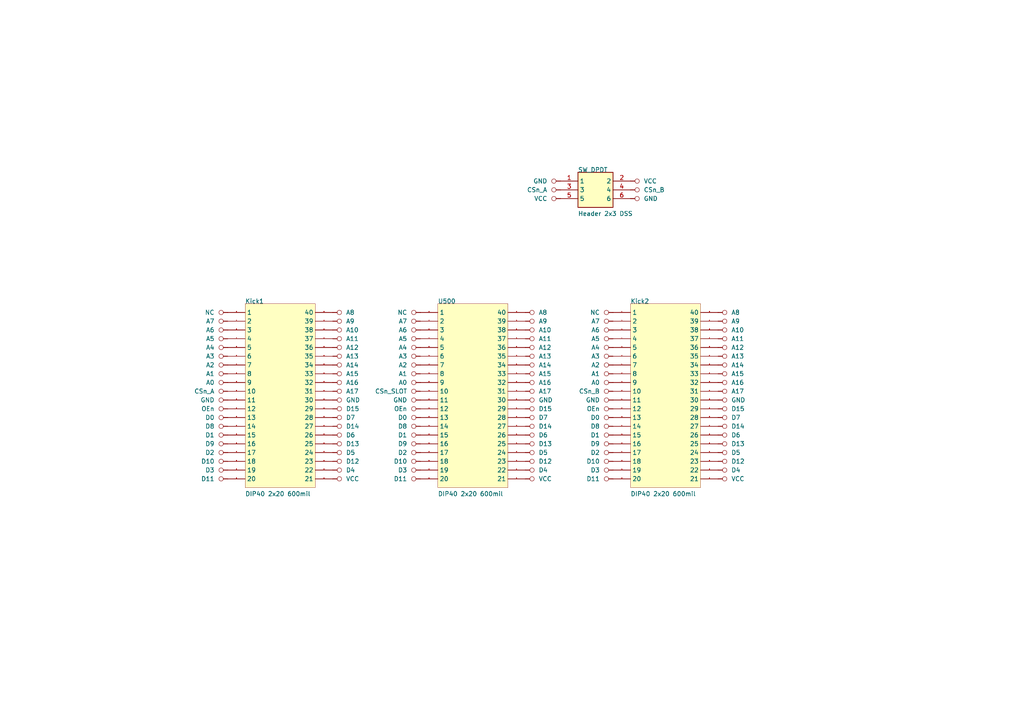
<source format=kicad_sch>
(kicad_sch (version 20231120) (generator "eeschema") (generator_version "7.99")
  (paper "A4")
  (lib_symbols
    (symbol "KickstartSelector7-altium-import:A0" (power)
      (property "Reference" "#PWR" (at 0 0 0))
      (property "Value" "A0" (at 0 3.81 0))
      (symbol "A0_0_0"
        (circle (center 0 -1.905) (radius 0.635) (stroke (width 0.127)))
        (polyline (pts (xy 0 0) (xy 0 -1.27)) (stroke (width 0.254)))
        (pin power_in line (at 0 0 0) (length 0) hide (name "A0") (number ""))
      )
    )
    (symbol "KickstartSelector7-altium-import:A1" (power)
      (property "Reference" "#PWR" (at 0 0 0))
      (property "Value" "A1" (at 0 3.81 0))
      (symbol "A1_0_0"
        (circle (center 0 -1.905) (radius 0.635) (stroke (width 0.127)))
        (polyline (pts (xy 0 0) (xy 0 -1.27)) (stroke (width 0.254)))
        (pin power_in line (at 0 0 0) (length 0) hide (name "A1") (number ""))
      )
    )
    (symbol "KickstartSelector7-altium-import:A10" (power)
      (property "Reference" "#PWR" (at 0 0 0))
      (property "Value" "A10" (at 0 3.81 0))
      (symbol "A10_0_0"
        (circle (center 0 -1.905) (radius 0.635) (stroke (width 0.127)))
        (polyline (pts (xy 0 0) (xy 0 -1.27)) (stroke (width 0.254)))
        (pin power_in line (at 0 0 0) (length 0) hide (name "A10") (number ""))
      )
    )
    (symbol "KickstartSelector7-altium-import:A11" (power)
      (property "Reference" "#PWR" (at 0 0 0))
      (property "Value" "A11" (at 0 3.81 0))
      (symbol "A11_0_0"
        (circle (center 0 -1.905) (radius 0.635) (stroke (width 0.127)))
        (polyline (pts (xy 0 0) (xy 0 -1.27)) (stroke (width 0.254)))
        (pin power_in line (at 0 0 0) (length 0) hide (name "A11") (number ""))
      )
    )
    (symbol "KickstartSelector7-altium-import:A12" (power)
      (property "Reference" "#PWR" (at 0 0 0))
      (property "Value" "A12" (at 0 3.81 0))
      (symbol "A12_0_0"
        (circle (center 0 -1.905) (radius 0.635) (stroke (width 0.127)))
        (polyline (pts (xy 0 0) (xy 0 -1.27)) (stroke (width 0.254)))
        (pin power_in line (at 0 0 0) (length 0) hide (name "A12") (number ""))
      )
    )
    (symbol "KickstartSelector7-altium-import:A13" (power)
      (property "Reference" "#PWR" (at 0 0 0))
      (property "Value" "A13" (at 0 3.81 0))
      (symbol "A13_0_0"
        (circle (center 0 -1.905) (radius 0.635) (stroke (width 0.127)))
        (polyline (pts (xy 0 0) (xy 0 -1.27)) (stroke (width 0.254)))
        (pin power_in line (at 0 0 0) (length 0) hide (name "A13") (number ""))
      )
    )
    (symbol "KickstartSelector7-altium-import:A14" (power)
      (property "Reference" "#PWR" (at 0 0 0))
      (property "Value" "A14" (at 0 3.81 0))
      (symbol "A14_0_0"
        (circle (center 0 -1.905) (radius 0.635) (stroke (width 0.127)))
        (polyline (pts (xy 0 0) (xy 0 -1.27)) (stroke (width 0.254)))
        (pin power_in line (at 0 0 0) (length 0) hide (name "A14") (number ""))
      )
    )
    (symbol "KickstartSelector7-altium-import:A15" (power)
      (property "Reference" "#PWR" (at 0 0 0))
      (property "Value" "A15" (at 0 3.81 0))
      (symbol "A15_0_0"
        (circle (center 0 -1.905) (radius 0.635) (stroke (width 0.127)))
        (polyline (pts (xy 0 0) (xy 0 -1.27)) (stroke (width 0.254)))
        (pin power_in line (at 0 0 0) (length 0) hide (name "A15") (number ""))
      )
    )
    (symbol "KickstartSelector7-altium-import:A16" (power)
      (property "Reference" "#PWR" (at 0 0 0))
      (property "Value" "A16" (at 0 3.81 0))
      (symbol "A16_0_0"
        (circle (center 0 -1.905) (radius 0.635) (stroke (width 0.127)))
        (polyline (pts (xy 0 0) (xy 0 -1.27)) (stroke (width 0.254)))
        (pin power_in line (at 0 0 0) (length 0) hide (name "A16") (number ""))
      )
    )
    (symbol "KickstartSelector7-altium-import:A17" (power)
      (property "Reference" "#PWR" (at 0 0 0))
      (property "Value" "A17" (at 0 3.81 0))
      (symbol "A17_0_0"
        (circle (center 0 -1.905) (radius 0.635) (stroke (width 0.127)))
        (polyline (pts (xy 0 0) (xy 0 -1.27)) (stroke (width 0.254)))
        (pin power_in line (at 0 0 0) (length 0) hide (name "A17") (number ""))
      )
    )
    (symbol "KickstartSelector7-altium-import:A2" (power)
      (property "Reference" "#PWR" (at 0 0 0))
      (property "Value" "A2" (at 0 3.81 0))
      (symbol "A2_0_0"
        (circle (center 0 -1.905) (radius 0.635) (stroke (width 0.127)))
        (polyline (pts (xy 0 0) (xy 0 -1.27)) (stroke (width 0.254)))
        (pin power_in line (at 0 0 0) (length 0) hide (name "A2") (number ""))
      )
    )
    (symbol "KickstartSelector7-altium-import:A3" (power)
      (property "Reference" "#PWR" (at 0 0 0))
      (property "Value" "A3" (at 0 3.81 0))
      (symbol "A3_0_0"
        (circle (center 0 -1.905) (radius 0.635) (stroke (width 0.127)))
        (polyline (pts (xy 0 0) (xy 0 -1.27)) (stroke (width 0.254)))
        (pin power_in line (at 0 0 0) (length 0) hide (name "A3") (number ""))
      )
    )
    (symbol "KickstartSelector7-altium-import:A4" (power)
      (property "Reference" "#PWR" (at 0 0 0))
      (property "Value" "A4" (at 0 3.81 0))
      (symbol "A4_0_0"
        (circle (center 0 -1.905) (radius 0.635) (stroke (width 0.127)))
        (polyline (pts (xy 0 0) (xy 0 -1.27)) (stroke (width 0.254)))
        (pin power_in line (at 0 0 0) (length 0) hide (name "A4") (number ""))
      )
    )
    (symbol "KickstartSelector7-altium-import:A5" (power)
      (property "Reference" "#PWR" (at 0 0 0))
      (property "Value" "A5" (at 0 3.81 0))
      (symbol "A5_0_0"
        (circle (center 0 -1.905) (radius 0.635) (stroke (width 0.127)))
        (polyline (pts (xy 0 0) (xy 0 -1.27)) (stroke (width 0.254)))
        (pin power_in line (at 0 0 0) (length 0) hide (name "A5") (number ""))
      )
    )
    (symbol "KickstartSelector7-altium-import:A6" (power)
      (property "Reference" "#PWR" (at 0 0 0))
      (property "Value" "A6" (at 0 3.81 0))
      (symbol "A6_0_0"
        (circle (center 0 -1.905) (radius 0.635) (stroke (width 0.127)))
        (polyline (pts (xy 0 0) (xy 0 -1.27)) (stroke (width 0.254)))
        (pin power_in line (at 0 0 0) (length 0) hide (name "A6") (number ""))
      )
    )
    (symbol "KickstartSelector7-altium-import:A7" (power)
      (property "Reference" "#PWR" (at 0 0 0))
      (property "Value" "A7" (at 0 3.81 0))
      (symbol "A7_0_0"
        (circle (center 0 -1.905) (radius 0.635) (stroke (width 0.127)))
        (polyline (pts (xy 0 0) (xy 0 -1.27)) (stroke (width 0.254)))
        (pin power_in line (at 0 0 0) (length 0) hide (name "A7") (number ""))
      )
    )
    (symbol "KickstartSelector7-altium-import:A8" (power)
      (property "Reference" "#PWR" (at 0 0 0))
      (property "Value" "A8" (at 0 3.81 0))
      (symbol "A8_0_0"
        (circle (center 0 -1.905) (radius 0.635) (stroke (width 0.127)))
        (polyline (pts (xy 0 0) (xy 0 -1.27)) (stroke (width 0.254)))
        (pin power_in line (at 0 0 0) (length 0) hide (name "A8") (number ""))
      )
    )
    (symbol "KickstartSelector7-altium-import:A9" (power)
      (property "Reference" "#PWR" (at 0 0 0))
      (property "Value" "A9" (at 0 3.81 0))
      (symbol "A9_0_0"
        (circle (center 0 -1.905) (radius 0.635) (stroke (width 0.127)))
        (polyline (pts (xy 0 0) (xy 0 -1.27)) (stroke (width 0.254)))
        (pin power_in line (at 0 0 0) (length 0) hide (name "A9") (number ""))
      )
    )
    (symbol "KickstartSelector7-altium-import:CSn_A" (power)
      (property "Reference" "#PWR" (at 0 0 0))
      (property "Value" "CSn_A" (at 0 3.81 0))
      (symbol "CSn_A_0_0"
        (circle (center 0 -1.905) (radius 0.635) (stroke (width 0.127)))
        (polyline (pts (xy 0 0) (xy 0 -1.27)) (stroke (width 0.254)))
        (pin power_in line (at 0 0 0) (length 0) hide (name "CSn_A") (number ""))
      )
    )
    (symbol "KickstartSelector7-altium-import:CSn_B" (power)
      (property "Reference" "#PWR" (at 0 0 0))
      (property "Value" "CSn_B" (at 0 3.81 0))
      (symbol "CSn_B_0_0"
        (circle (center 0 -1.905) (radius 0.635) (stroke (width 0.127)))
        (polyline (pts (xy 0 0) (xy 0 -1.27)) (stroke (width 0.254)))
        (pin power_in line (at 0 0 0) (length 0) hide (name "CSn_B") (number ""))
      )
    )
    (symbol "KickstartSelector7-altium-import:CSn_SLOT" (power)
      (property "Reference" "#PWR" (at 0 0 0))
      (property "Value" "CSn_SLOT" (at 0 3.81 0))
      (symbol "CSn_SLOT_0_0"
        (circle (center 0 -1.905) (radius 0.635) (stroke (width 0.127)))
        (polyline (pts (xy 0 0) (xy 0 -1.27)) (stroke (width 0.254)))
        (pin power_in line (at 0 0 0) (length 0) hide (name "CSn_SLOT") (number ""))
      )
    )
    (symbol "KickstartSelector7-altium-import:D0" (power)
      (property "Reference" "#PWR" (at 0 0 0))
      (property "Value" "D0" (at 0 3.81 0))
      (symbol "D0_0_0"
        (circle (center 0 -1.905) (radius 0.635) (stroke (width 0.127)))
        (polyline (pts (xy 0 0) (xy 0 -1.27)) (stroke (width 0.254)))
        (pin power_in line (at 0 0 0) (length 0) hide (name "D0") (number ""))
      )
    )
    (symbol "KickstartSelector7-altium-import:D1" (power)
      (property "Reference" "#PWR" (at 0 0 0))
      (property "Value" "D1" (at 0 3.81 0))
      (symbol "D1_0_0"
        (circle (center 0 -1.905) (radius 0.635) (stroke (width 0.127)))
        (polyline (pts (xy 0 0) (xy 0 -1.27)) (stroke (width 0.254)))
        (pin power_in line (at 0 0 0) (length 0) hide (name "D1") (number ""))
      )
    )
    (symbol "KickstartSelector7-altium-import:D10" (power)
      (property "Reference" "#PWR" (at 0 0 0))
      (property "Value" "D10" (at 0 3.81 0))
      (symbol "D10_0_0"
        (circle (center 0 -1.905) (radius 0.635) (stroke (width 0.127)))
        (polyline (pts (xy 0 0) (xy 0 -1.27)) (stroke (width 0.254)))
        (pin power_in line (at 0 0 0) (length 0) hide (name "D10") (number ""))
      )
    )
    (symbol "KickstartSelector7-altium-import:D11" (power)
      (property "Reference" "#PWR" (at 0 0 0))
      (property "Value" "D11" (at 0 3.81 0))
      (symbol "D11_0_0"
        (circle (center 0 -1.905) (radius 0.635) (stroke (width 0.127)))
        (polyline (pts (xy 0 0) (xy 0 -1.27)) (stroke (width 0.254)))
        (pin power_in line (at 0 0 0) (length 0) hide (name "D11") (number ""))
      )
    )
    (symbol "KickstartSelector7-altium-import:D12" (power)
      (property "Reference" "#PWR" (at 0 0 0))
      (property "Value" "D12" (at 0 3.81 0))
      (symbol "D12_0_0"
        (circle (center 0 -1.905) (radius 0.635) (stroke (width 0.127)))
        (polyline (pts (xy 0 0) (xy 0 -1.27)) (stroke (width 0.254)))
        (pin power_in line (at 0 0 0) (length 0) hide (name "D12") (number ""))
      )
    )
    (symbol "KickstartSelector7-altium-import:D13" (power)
      (property "Reference" "#PWR" (at 0 0 0))
      (property "Value" "D13" (at 0 3.81 0))
      (symbol "D13_0_0"
        (circle (center 0 -1.905) (radius 0.635) (stroke (width 0.127)))
        (polyline (pts (xy 0 0) (xy 0 -1.27)) (stroke (width 0.254)))
        (pin power_in line (at 0 0 0) (length 0) hide (name "D13") (number ""))
      )
    )
    (symbol "KickstartSelector7-altium-import:D14" (power)
      (property "Reference" "#PWR" (at 0 0 0))
      (property "Value" "D14" (at 0 3.81 0))
      (symbol "D14_0_0"
        (circle (center 0 -1.905) (radius 0.635) (stroke (width 0.127)))
        (polyline (pts (xy 0 0) (xy 0 -1.27)) (stroke (width 0.254)))
        (pin power_in line (at 0 0 0) (length 0) hide (name "D14") (number ""))
      )
    )
    (symbol "KickstartSelector7-altium-import:D15" (power)
      (property "Reference" "#PWR" (at 0 0 0))
      (property "Value" "D15" (at 0 3.81 0))
      (symbol "D15_0_0"
        (circle (center 0 -1.905) (radius 0.635) (stroke (width 0.127)))
        (polyline (pts (xy 0 0) (xy 0 -1.27)) (stroke (width 0.254)))
        (pin power_in line (at 0 0 0) (length 0) hide (name "D15") (number ""))
      )
    )
    (symbol "KickstartSelector7-altium-import:D2" (power)
      (property "Reference" "#PWR" (at 0 0 0))
      (property "Value" "D2" (at 0 3.81 0))
      (symbol "D2_0_0"
        (circle (center 0 -1.905) (radius 0.635) (stroke (width 0.127)))
        (polyline (pts (xy 0 0) (xy 0 -1.27)) (stroke (width 0.254)))
        (pin power_in line (at 0 0 0) (length 0) hide (name "D2") (number ""))
      )
    )
    (symbol "KickstartSelector7-altium-import:D3" (power)
      (property "Reference" "#PWR" (at 0 0 0))
      (property "Value" "D3" (at 0 3.81 0))
      (symbol "D3_0_0"
        (circle (center 0 -1.905) (radius 0.635) (stroke (width 0.127)))
        (polyline (pts (xy 0 0) (xy 0 -1.27)) (stroke (width 0.254)))
        (pin power_in line (at 0 0 0) (length 0) hide (name "D3") (number ""))
      )
    )
    (symbol "KickstartSelector7-altium-import:D4" (power)
      (property "Reference" "#PWR" (at 0 0 0))
      (property "Value" "D4" (at 0 3.81 0))
      (symbol "D4_0_0"
        (circle (center 0 -1.905) (radius 0.635) (stroke (width 0.127)))
        (polyline (pts (xy 0 0) (xy 0 -1.27)) (stroke (width 0.254)))
        (pin power_in line (at 0 0 0) (length 0) hide (name "D4") (number ""))
      )
    )
    (symbol "KickstartSelector7-altium-import:D5" (power)
      (property "Reference" "#PWR" (at 0 0 0))
      (property "Value" "D5" (at 0 3.81 0))
      (symbol "D5_0_0"
        (circle (center 0 -1.905) (radius 0.635) (stroke (width 0.127)))
        (polyline (pts (xy 0 0) (xy 0 -1.27)) (stroke (width 0.254)))
        (pin power_in line (at 0 0 0) (length 0) hide (name "D5") (number ""))
      )
    )
    (symbol "KickstartSelector7-altium-import:D6" (power)
      (property "Reference" "#PWR" (at 0 0 0))
      (property "Value" "D6" (at 0 3.81 0))
      (symbol "D6_0_0"
        (circle (center 0 -1.905) (radius 0.635) (stroke (width 0.127)))
        (polyline (pts (xy 0 0) (xy 0 -1.27)) (stroke (width 0.254)))
        (pin power_in line (at 0 0 0) (length 0) hide (name "D6") (number ""))
      )
    )
    (symbol "KickstartSelector7-altium-import:D7" (power)
      (property "Reference" "#PWR" (at 0 0 0))
      (property "Value" "D7" (at 0 3.81 0))
      (symbol "D7_0_0"
        (circle (center 0 -1.905) (radius 0.635) (stroke (width 0.127)))
        (polyline (pts (xy 0 0) (xy 0 -1.27)) (stroke (width 0.254)))
        (pin power_in line (at 0 0 0) (length 0) hide (name "D7") (number ""))
      )
    )
    (symbol "KickstartSelector7-altium-import:D8" (power)
      (property "Reference" "#PWR" (at 0 0 0))
      (property "Value" "D8" (at 0 3.81 0))
      (symbol "D8_0_0"
        (circle (center 0 -1.905) (radius 0.635) (stroke (width 0.127)))
        (polyline (pts (xy 0 0) (xy 0 -1.27)) (stroke (width 0.254)))
        (pin power_in line (at 0 0 0) (length 0) hide (name "D8") (number ""))
      )
    )
    (symbol "KickstartSelector7-altium-import:D9" (power)
      (property "Reference" "#PWR" (at 0 0 0))
      (property "Value" "D9" (at 0 3.81 0))
      (symbol "D9_0_0"
        (circle (center 0 -1.905) (radius 0.635) (stroke (width 0.127)))
        (polyline (pts (xy 0 0) (xy 0 -1.27)) (stroke (width 0.254)))
        (pin power_in line (at 0 0 0) (length 0) hide (name "D9") (number ""))
      )
    )
    (symbol "KickstartSelector7-altium-import:GND" (power)
      (property "Reference" "#PWR" (at 0 0 0))
      (property "Value" "GND" (at 0 3.81 0))
      (symbol "GND_0_0"
        (circle (center 0 -1.905) (radius 0.635) (stroke (width 0.127)))
        (polyline (pts (xy 0 0) (xy 0 -1.27)) (stroke (width 0.254)))
        (pin power_in line (at 0 0 0) (length 0) hide (name "GND") (number ""))
      )
    )
    (symbol "KickstartSelector7-altium-import:NC" (power)
      (property "Reference" "#PWR" (at 0 0 0))
      (property "Value" "NC" (at 0 3.81 0))
      (symbol "NC_0_0"
        (circle (center 0 -1.905) (radius 0.635) (stroke (width 0.127)))
        (polyline (pts (xy 0 0) (xy 0 -1.27)) (stroke (width 0.254)))
        (pin power_in line (at 0 0 0) (length 0) hide (name "NC") (number ""))
      )
    )
    (symbol "KickstartSelector7-altium-import:OEn" (power)
      (property "Reference" "#PWR" (at 0 0 0))
      (property "Value" "OEn" (at 0 3.81 0))
      (symbol "OEn_0_0"
        (circle (center 0 -1.905) (radius 0.635) (stroke (width 0.127)))
        (polyline (pts (xy 0 0) (xy 0 -1.27)) (stroke (width 0.254)))
        (pin power_in line (at 0 0 0) (length 0) hide (name "OEn") (number ""))
      )
    )
    (symbol "KickstartSelector7-altium-import:VCC" (power)
      (property "Reference" "#PWR" (at 0 0 0))
      (property "Value" "VCC" (at 0 3.81 0))
      (symbol "VCC_0_0"
        (circle (center 0 -1.905) (radius 0.635) (stroke (width 0.127)))
        (polyline (pts (xy 0 0) (xy 0 -1.27)) (stroke (width 0.254)))
        (pin power_in line (at 0 0 0) (length 0) hide (name "VCC") (number ""))
      )
    )
    (symbol "KickstartSelector7-altium-import:root_0_DIP40 2x20 600mil"
      (symbol "root_0_DIP40 2x20 600mil_1_0"
        (rectangle (start 10.16 25.4) (end -10.16 -27.94) (stroke (width 0.0254) (color 128 0 0 1)) (fill (type background)))
        (pin passive line (at -15.24 22.86 0) (length 5.08) (name "1") (number "1"))
        (pin passive line (at -15.24 0 0) (length 5.08) (name "10") (number "10"))
        (pin passive line (at -15.24 -2.54 0) (length 5.08) (name "11") (number "11"))
        (pin passive line (at -15.24 -5.08 0) (length 5.08) (name "12") (number "12"))
        (pin passive line (at -15.24 -7.62 0) (length 5.08) (name "13") (number "13"))
        (pin passive line (at -15.24 -10.16 0) (length 5.08) (name "14") (number "14"))
        (pin passive line (at -15.24 -12.7 0) (length 5.08) (name "15") (number "15"))
        (pin passive line (at -15.24 -15.24 0) (length 5.08) (name "16") (number "16"))
        (pin passive line (at -15.24 -17.78 0) (length 5.08) (name "17") (number "17"))
        (pin passive line (at -15.24 -20.32 0) (length 5.08) (name "18") (number "18"))
        (pin passive line (at -15.24 -22.86 0) (length 5.08) (name "19") (number "19"))
        (pin passive line (at -15.24 20.32 0) (length 5.08) (name "2") (number "2"))
        (pin passive line (at -15.24 -25.4 0) (length 5.08) (name "20") (number "20"))
        (pin passive line (at 15.24 -25.4 180) (length 5.08) (name "21") (number "21"))
        (pin passive line (at 15.24 -22.86 180) (length 5.08) (name "22") (number "22"))
        (pin passive line (at 15.24 -20.32 180) (length 5.08) (name "23") (number "23"))
        (pin passive line (at 15.24 -17.78 180) (length 5.08) (name "24") (number "24"))
        (pin passive line (at 15.24 -15.24 180) (length 5.08) (name "25") (number "25"))
        (pin passive line (at 15.24 -12.7 180) (length 5.08) (name "26") (number "26"))
        (pin passive line (at 15.24 -10.16 180) (length 5.08) (name "27") (number "27"))
        (pin passive line (at 15.24 -7.62 180) (length 5.08) (name "28") (number "28"))
        (pin passive line (at 15.24 -5.08 180) (length 5.08) (name "29") (number "29"))
        (pin passive line (at -15.24 17.78 0) (length 5.08) (name "3") (number "3"))
        (pin passive line (at 15.24 -2.54 180) (length 5.08) (name "30") (number "30"))
        (pin passive line (at 15.24 0 180) (length 5.08) (name "31") (number "31"))
        (pin passive line (at 15.24 2.54 180) (length 5.08) (name "32") (number "32"))
        (pin passive line (at 15.24 5.08 180) (length 5.08) (name "33") (number "33"))
        (pin passive line (at 15.24 7.62 180) (length 5.08) (name "34") (number "34"))
        (pin passive line (at 15.24 10.16 180) (length 5.08) (name "35") (number "35"))
        (pin passive line (at 15.24 12.7 180) (length 5.08) (name "36") (number "36"))
        (pin passive line (at 15.24 15.24 180) (length 5.08) (name "37") (number "37"))
        (pin passive line (at 15.24 17.78 180) (length 5.08) (name "38") (number "38"))
        (pin passive line (at 15.24 20.32 180) (length 5.08) (name "39") (number "39"))
        (pin passive line (at -15.24 15.24 0) (length 5.08) (name "4") (number "4"))
        (pin passive line (at 15.24 22.86 180) (length 5.08) (name "40") (number "40"))
        (pin passive line (at -15.24 12.7 0) (length 5.08) (name "5") (number "5"))
        (pin passive line (at -15.24 10.16 0) (length 5.08) (name "6") (number "6"))
        (pin passive line (at -15.24 7.62 0) (length 5.08) (name "7") (number "7"))
        (pin passive line (at -15.24 5.08 0) (length 5.08) (name "8") (number "8"))
        (pin passive line (at -15.24 2.54 0) (length 5.08) (name "9") (number "9"))
      )
    )
    (symbol "KickstartSelector7-altium-import:root_0_Header 2x3 DSS"
      (symbol "root_0_Header 2x3 DSS_1_0"
        (rectangle (start 15.24 2.54) (end 5.08 -7.62) (stroke (width 0.254) (color 128 0 0 1)) (fill (type background)))
        (pin passive line (at 0 0 0) (length 5.08) (name "1") (number "1"))
        (pin passive line (at 20.32 0 180) (length 5.08) (name "2") (number "2"))
        (pin passive line (at 0 -2.54 0) (length 5.08) (name "3") (number "3"))
        (pin passive line (at 20.32 -2.54 180) (length 5.08) (name "4") (number "4"))
        (pin passive line (at 0 -5.08 0) (length 5.08) (name "5") (number "5"))
        (pin passive line (at 20.32 -5.08 180) (length 5.08) (name "6") (number "6"))
      )
    )
  )
  (symbol (lib_id "KickstartSelector7-altium-import:A7") (at 177.8 93.1672 270) (unit 1)
    (property "Reference" "#PWR?" (effects (hide yes)))
    (property "Value" "A7" (at 173.99 93.1672 90) (effects (justify right)))
  )
  (symbol (lib_id "KickstartSelector7-altium-import:VCC") (at 96.52 138.8872 90) (unit 1)
    (property "Reference" "#PWR?" (effects (hide yes)))
    (property "Value" "VCC" (at 100.33 138.8872 90) (effects (justify right)))
  )
  (symbol (lib_id "KickstartSelector7-altium-import:A2") (at 121.92 105.8672 270) (unit 1)
    (property "Reference" "#PWR?" (effects (hide yes)))
    (property "Value" "A2" (at 118.11 105.8672 90) (effects (justify right)))
  )
  (symbol (lib_id "KickstartSelector7-altium-import:D8") (at 66.04 123.6472 270) (unit 1)
    (property "Reference" "#PWR?" (effects (hide yes)))
    (property "Value" "D8" (at 62.23 123.6472 90) (effects (justify right)))
  )
  (symbol (lib_id "KickstartSelector7-altium-import:A13") (at 152.4 103.3272 90) (unit 1)
    (property "Reference" "#PWR?" (effects (hide yes)))
    (property "Value" "A13" (at 156.21 103.3272 90) (effects (justify right)))
  )
  (symbol (lib_id "KickstartSelector7-altium-import:GND") (at 177.8 116.0272 270) (unit 1)
    (property "Reference" "#PWR?" (effects (hide yes)))
    (property "Value" "GND" (at 173.99 116.0272 90) (effects (justify right)))
  )
  (symbol (lib_id "KickstartSelector7-altium-import:D8") (at 177.8 123.6472 270) (unit 1)
    (property "Reference" "#PWR?" (effects (hide yes)))
    (property "Value" "D8" (at 173.99 123.6472 90) (effects (justify right)))
  )
  (symbol (lib_id "KickstartSelector7-altium-import:A7") (at 66.04 93.1672 270) (unit 1)
    (property "Reference" "#PWR?" (effects (hide yes)))
    (property "Value" "A7" (at 62.23 93.1672 90) (effects (justify right)))
  )
  (symbol (lib_id "KickstartSelector7-altium-import:D14") (at 152.4 123.6472 90) (unit 1)
    (property "Reference" "#PWR?" (effects (hide yes)))
    (property "Value" "D14" (at 156.21 123.6472 90) (effects (justify right)))
  )
  (symbol (lib_id "KickstartSelector7-altium-import:D2") (at 177.8 131.2672 270) (unit 1)
    (property "Reference" "#PWR?" (effects (hide yes)))
    (property "Value" "D2" (at 173.99 131.2672 90) (effects (justify right)))
  )
  (symbol (lib_id "KickstartSelector7-altium-import:NC") (at 121.92 90.6272 270) (unit 1)
    (property "Reference" "#PWR?" (effects (hide yes)))
    (property "Value" "NC" (at 118.11 90.6272 90) (effects (justify right)))
  )
  (symbol (lib_id "KickstartSelector7-altium-import:OEn") (at 177.8 118.5672 270) (unit 1)
    (property "Reference" "#PWR?" (effects (hide yes)))
    (property "Value" "OEn" (at 173.99 118.5672 90) (effects (justify right)))
  )
  (symbol (lib_id "KickstartSelector7-altium-import:D9") (at 177.8 128.7272 270) (unit 1)
    (property "Reference" "#PWR?" (effects (hide yes)))
    (property "Value" "D9" (at 173.99 128.7272 90) (effects (justify right)))
  )
  (symbol (lib_id "KickstartSelector7-altium-import:D5") (at 152.4 131.2672 90) (unit 1)
    (property "Reference" "#PWR?" (effects (hide yes)))
    (property "Value" "D5" (at 156.21 131.2672 90) (effects (justify right)))
  )
  (symbol (lib_id "KickstartSelector7-altium-import:D12") (at 96.52 133.8072 90) (unit 1)
    (property "Reference" "#PWR?" (effects (hide yes)))
    (property "Value" "D12" (at 100.33 133.8072 90) (effects (justify right)))
  )
  (symbol (lib_id "KickstartSelector7-altium-import:A15") (at 208.28 108.4072 90) (unit 1)
    (property "Reference" "#PWR?" (effects (hide yes)))
    (property "Value" "A15" (at 212.09 108.4072 90) (effects (justify right)))
  )
  (symbol (lib_id "KickstartSelector7-altium-import:CSn_B") (at 182.88 55.0672 90) (unit 1)
    (property "Reference" "#PWR?" (effects (hide yes)))
    (property "Value" "CSn_B" (at 186.69 55.0672 90) (effects (justify right)))
  )
  (symbol (lib_id "KickstartSelector7-altium-import:A16") (at 152.4 110.9472 90) (unit 1)
    (property "Reference" "#PWR?" (effects (hide yes)))
    (property "Value" "A16" (at 156.21 110.9472 90) (effects (justify right)))
  )
  (symbol (lib_id "KickstartSelector7-altium-import:D0") (at 66.04 121.1072 270) (unit 1)
    (property "Reference" "#PWR?" (effects (hide yes)))
    (property "Value" "D0" (at 62.23 121.1072 90) (effects (justify right)))
  )
  (symbol (lib_id "KickstartSelector7-altium-import:A13") (at 96.52 103.3272 90) (unit 1)
    (property "Reference" "#PWR?" (effects (hide yes)))
    (property "Value" "A13" (at 100.33 103.3272 90) (effects (justify right)))
  )
  (symbol (lib_id "KickstartSelector7-altium-import:D0") (at 121.92 121.1072 270) (unit 1)
    (property "Reference" "#PWR?" (effects (hide yes)))
    (property "Value" "D0" (at 118.11 121.1072 90) (effects (justify right)))
  )
  (symbol (lib_id "KickstartSelector7-altium-import:D4") (at 208.28 136.3472 90) (unit 1)
    (property "Reference" "#PWR?" (effects (hide yes)))
    (property "Value" "D4" (at 212.09 136.3472 90) (effects (justify right)))
  )
  (symbol (lib_id "KickstartSelector7-altium-import:A3") (at 121.92 103.3272 270) (unit 1)
    (property "Reference" "#PWR?" (effects (hide yes)))
    (property "Value" "A3" (at 118.11 103.3272 90) (effects (justify right)))
  )
  (symbol (lib_id "KickstartSelector7-altium-import:D4") (at 152.4 136.3472 90) (unit 1)
    (property "Reference" "#PWR?" (effects (hide yes)))
    (property "Value" "D4" (at 156.21 136.3472 90) (effects (justify right)))
  )
  (symbol (lib_id "KickstartSelector7-altium-import:A5") (at 121.92 98.2472 270) (unit 1)
    (property "Reference" "#PWR?" (effects (hide yes)))
    (property "Value" "A5" (at 118.11 98.2472 90) (effects (justify right)))
  )
  (symbol (lib_id "KickstartSelector7-altium-import:CSn_B") (at 177.8 113.4872 270) (unit 1)
    (property "Reference" "#PWR?" (effects (hide yes)))
    (property "Value" "CSn_B" (at 173.99 113.4872 90) (effects (justify right)))
  )
  (symbol (lib_id "KickstartSelector7-altium-import:GND") (at 121.92 116.0272 270) (unit 1)
    (property "Reference" "#PWR?" (effects (hide yes)))
    (property "Value" "GND" (at 118.11 116.0272 90) (effects (justify right)))
  )
  (symbol (lib_id "KickstartSelector7-altium-import:GND") (at 208.28 116.0272 90) (unit 1)
    (property "Reference" "#PWR?" (effects (hide yes)))
    (property "Value" "GND" (at 212.09 116.0272 90) (effects (justify right)))
  )
  (symbol (lib_id "KickstartSelector7-altium-import:CSn_A") (at 66.04 113.4872 270) (unit 1)
    (property "Reference" "#PWR?" (effects (hide yes)))
    (property "Value" "CSn_A" (at 62.23 113.4872 90) (effects (justify right)))
  )
  (symbol (lib_id "KickstartSelector7-altium-import:root_0_DIP40 2x20 600mil") (at 81.28 113.4872 0) (unit 1)
    (property "Reference" "Kick1" (at 71.12 88.0872 0) (effects (justify left bottom)))
    (property "Value" "DIP40 2x20 600mil" (at 71.12 143.9672 0) (effects (justify left bottom)))
    (property "Footprint" "DIP40 600mil 2xSIP20" (effects (hide yes)))
  )
  (symbol (lib_id "KickstartSelector7-altium-import:A6") (at 121.92 95.7072 270) (unit 1)
    (property "Reference" "#PWR?" (effects (hide yes)))
    (property "Value" "A6" (at 118.11 95.7072 90) (effects (justify right)))
  )
  (symbol (lib_id "KickstartSelector7-altium-import:NC") (at 66.04 90.6272 270) (unit 1)
    (property "Reference" "#PWR?" (effects (hide yes)))
    (property "Value" "NC" (at 62.23 90.6272 90) (effects (justify right)))
  )
  (symbol (lib_id "KickstartSelector7-altium-import:D7") (at 152.4 121.1072 90) (unit 1)
    (property "Reference" "#PWR?" (effects (hide yes)))
    (property "Value" "D7" (at 156.21 121.1072 90) (effects (justify right)))
  )
  (symbol (lib_id "KickstartSelector7-altium-import:D5") (at 208.28 131.2672 90) (unit 1)
    (property "Reference" "#PWR?" (effects (hide yes)))
    (property "Value" "D5" (at 212.09 131.2672 90) (effects (justify right)))
  )
  (symbol (lib_id "KickstartSelector7-altium-import:A8") (at 208.28 90.6272 90) (unit 1)
    (property "Reference" "#PWR?" (effects (hide yes)))
    (property "Value" "A8" (at 212.09 90.6272 90) (effects (justify right)))
  )
  (symbol (lib_id "KickstartSelector7-altium-import:A0") (at 66.04 110.9472 270) (unit 1)
    (property "Reference" "#PWR?" (effects (hide yes)))
    (property "Value" "A0" (at 62.23 110.9472 90) (effects (justify right)))
  )
  (symbol (lib_id "KickstartSelector7-altium-import:A12") (at 96.52 100.7872 90) (unit 1)
    (property "Reference" "#PWR?" (effects (hide yes)))
    (property "Value" "A12" (at 100.33 100.7872 90) (effects (justify right)))
  )
  (symbol (lib_id "KickstartSelector7-altium-import:A11") (at 96.52 98.2472 90) (unit 1)
    (property "Reference" "#PWR?" (effects (hide yes)))
    (property "Value" "A11" (at 100.33 98.2472 90) (effects (justify right)))
  )
  (symbol (lib_id "KickstartSelector7-altium-import:D7") (at 96.52 121.1072 90) (unit 1)
    (property "Reference" "#PWR?" (effects (hide yes)))
    (property "Value" "D7" (at 100.33 121.1072 90) (effects (justify right)))
  )
  (symbol (lib_id "KickstartSelector7-altium-import:D14") (at 208.28 123.6472 90) (unit 1)
    (property "Reference" "#PWR?" (effects (hide yes)))
    (property "Value" "D14" (at 212.09 123.6472 90) (effects (justify right)))
  )
  (symbol (lib_id "KickstartSelector7-altium-import:D12") (at 208.28 133.8072 90) (unit 1)
    (property "Reference" "#PWR?" (effects (hide yes)))
    (property "Value" "D12" (at 212.09 133.8072 90) (effects (justify right)))
  )
  (symbol (lib_id "KickstartSelector7-altium-import:GND") (at 152.4 116.0272 90) (unit 1)
    (property "Reference" "#PWR?" (effects (hide yes)))
    (property "Value" "GND" (at 156.21 116.0272 90) (effects (justify right)))
  )
  (symbol (lib_id "KickstartSelector7-altium-import:A12") (at 152.4 100.7872 90) (unit 1)
    (property "Reference" "#PWR?" (effects (hide yes)))
    (property "Value" "A12" (at 156.21 100.7872 90) (effects (justify right)))
  )
  (symbol (lib_id "KickstartSelector7-altium-import:D4") (at 96.52 136.3472 90) (unit 1)
    (property "Reference" "#PWR?" (effects (hide yes)))
    (property "Value" "D4" (at 100.33 136.3472 90) (effects (justify right)))
  )
  (symbol (lib_id "KickstartSelector7-altium-import:A5") (at 66.04 98.2472 270) (unit 1)
    (property "Reference" "#PWR?" (effects (hide yes)))
    (property "Value" "A5" (at 62.23 98.2472 90) (effects (justify right)))
  )
  (symbol (lib_id "KickstartSelector7-altium-import:A17") (at 152.4 113.4872 90) (unit 1)
    (property "Reference" "#PWR?" (effects (hide yes)))
    (property "Value" "A17" (at 156.21 113.4872 90) (effects (justify right)))
  )
  (symbol (lib_id "KickstartSelector7-altium-import:A16") (at 208.28 110.9472 90) (unit 1)
    (property "Reference" "#PWR?" (effects (hide yes)))
    (property "Value" "A16" (at 212.09 110.9472 90) (effects (justify right)))
  )
  (symbol (lib_id "KickstartSelector7-altium-import:A14") (at 96.52 105.8672 90) (unit 1)
    (property "Reference" "#PWR?" (effects (hide yes)))
    (property "Value" "A14" (at 100.33 105.8672 90) (effects (justify right)))
  )
  (symbol (lib_id "KickstartSelector7-altium-import:D11") (at 121.92 138.8872 270) (unit 1)
    (property "Reference" "#PWR?" (effects (hide yes)))
    (property "Value" "D11" (at 118.11 138.8872 90) (effects (justify right)))
  )
  (symbol (lib_id "KickstartSelector7-altium-import:D2") (at 121.92 131.2672 270) (unit 1)
    (property "Reference" "#PWR?" (effects (hide yes)))
    (property "Value" "D2" (at 118.11 131.2672 90) (effects (justify right)))
  )
  (symbol (lib_id "KickstartSelector7-altium-import:A10") (at 152.4 95.7072 90) (unit 1)
    (property "Reference" "#PWR?" (effects (hide yes)))
    (property "Value" "A10" (at 156.21 95.7072 90) (effects (justify right)))
  )
  (symbol (lib_id "KickstartSelector7-altium-import:D6") (at 96.52 126.1872 90) (unit 1)
    (property "Reference" "#PWR?" (effects (hide yes)))
    (property "Value" "D6" (at 100.33 126.1872 90) (effects (justify right)))
  )
  (symbol (lib_id "KickstartSelector7-altium-import:D14") (at 96.52 123.6472 90) (unit 1)
    (property "Reference" "#PWR?" (effects (hide yes)))
    (property "Value" "D14" (at 100.33 123.6472 90) (effects (justify right)))
  )
  (symbol (lib_id "KickstartSelector7-altium-import:D5") (at 96.52 131.2672 90) (unit 1)
    (property "Reference" "#PWR?" (effects (hide yes)))
    (property "Value" "D5" (at 100.33 131.2672 90) (effects (justify right)))
  )
  (symbol (lib_id "KickstartSelector7-altium-import:VCC") (at 162.56 57.6072 270) (unit 1)
    (property "Reference" "#PWR?" (effects (hide yes)))
    (property "Value" "VCC" (at 158.75 57.6072 90) (effects (justify right)))
  )
  (symbol (lib_id "KickstartSelector7-altium-import:D6") (at 208.28 126.1872 90) (unit 1)
    (property "Reference" "#PWR?" (effects (hide yes)))
    (property "Value" "D6" (at 212.09 126.1872 90) (effects (justify right)))
  )
  (symbol (lib_id "KickstartSelector7-altium-import:D8") (at 121.92 123.6472 270) (unit 1)
    (property "Reference" "#PWR?" (effects (hide yes)))
    (property "Value" "D8" (at 118.11 123.6472 90) (effects (justify right)))
  )
  (symbol (lib_id "KickstartSelector7-altium-import:D13") (at 96.52 128.7272 90) (unit 1)
    (property "Reference" "#PWR?" (effects (hide yes)))
    (property "Value" "D13" (at 100.33 128.7272 90) (effects (justify right)))
  )
  (symbol (lib_id "KickstartSelector7-altium-import:D1") (at 66.04 126.1872 270) (unit 1)
    (property "Reference" "#PWR?" (effects (hide yes)))
    (property "Value" "D1" (at 62.23 126.1872 90) (effects (justify right)))
  )
  (symbol (lib_id "KickstartSelector7-altium-import:GND") (at 182.88 57.6072 90) (unit 1)
    (property "Reference" "#PWR?" (effects (hide yes)))
    (property "Value" "GND" (at 186.69 57.6072 90) (effects (justify right)))
  )
  (symbol (lib_id "KickstartSelector7-altium-import:D6") (at 152.4 126.1872 90) (unit 1)
    (property "Reference" "#PWR?" (effects (hide yes)))
    (property "Value" "D6" (at 156.21 126.1872 90) (effects (justify right)))
  )
  (symbol (lib_id "KickstartSelector7-altium-import:D10") (at 66.04 133.8072 270) (unit 1)
    (property "Reference" "#PWR?" (effects (hide yes)))
    (property "Value" "D10" (at 62.23 133.8072 90) (effects (justify right)))
  )
  (symbol (lib_id "KickstartSelector7-altium-import:D11") (at 177.8 138.8872 270) (unit 1)
    (property "Reference" "#PWR?" (effects (hide yes)))
    (property "Value" "D11" (at 173.99 138.8872 90) (effects (justify right)))
  )
  (symbol (lib_id "KickstartSelector7-altium-import:A3") (at 177.8 103.3272 270) (unit 1)
    (property "Reference" "#PWR?" (effects (hide yes)))
    (property "Value" "A3" (at 173.99 103.3272 90) (effects (justify right)))
  )
  (symbol (lib_id "KickstartSelector7-altium-import:GND") (at 66.04 116.0272 270) (unit 1)
    (property "Reference" "#PWR?" (effects (hide yes)))
    (property "Value" "GND" (at 62.23 116.0272 90) (effects (justify right)))
  )
  (symbol (lib_id "KickstartSelector7-altium-import:VCC") (at 208.28 138.8872 90) (unit 1)
    (property "Reference" "#PWR?" (effects (hide yes)))
    (property "Value" "VCC" (at 212.09 138.8872 90) (effects (justify right)))
  )
  (symbol (lib_id "KickstartSelector7-altium-import:A2") (at 177.8 105.8672 270) (unit 1)
    (property "Reference" "#PWR?" (effects (hide yes)))
    (property "Value" "A2" (at 173.99 105.8672 90) (effects (justify right)))
  )
  (symbol (lib_id "KickstartSelector7-altium-import:D15") (at 152.4 118.5672 90) (unit 1)
    (property "Reference" "#PWR?" (effects (hide yes)))
    (property "Value" "D15" (at 156.21 118.5672 90) (effects (justify right)))
  )
  (symbol (lib_id "KickstartSelector7-altium-import:A9") (at 208.28 93.1672 90) (unit 1)
    (property "Reference" "#PWR?" (effects (hide yes)))
    (property "Value" "A9" (at 212.09 93.1672 90) (effects (justify right)))
  )
  (symbol (lib_id "KickstartSelector7-altium-import:CSn_SLOT") (at 121.92 113.4872 270) (unit 1)
    (property "Reference" "#PWR?" (effects (hide yes)))
    (property "Value" "CSn_SLOT" (at 118.11 113.4872 90) (effects (justify right)))
  )
  (symbol (lib_id "KickstartSelector7-altium-import:A1") (at 121.92 108.4072 270) (unit 1)
    (property "Reference" "#PWR?" (effects (hide yes)))
    (property "Value" "A1" (at 118.11 108.4072 90) (effects (justify right)))
  )
  (symbol (lib_id "KickstartSelector7-altium-import:A4") (at 121.92 100.7872 270) (unit 1)
    (property "Reference" "#PWR?" (effects (hide yes)))
    (property "Value" "A4" (at 118.11 100.7872 90) (effects (justify right)))
  )
  (symbol (lib_id "KickstartSelector7-altium-import:A4") (at 66.04 100.7872 270) (unit 1)
    (property "Reference" "#PWR?" (effects (hide yes)))
    (property "Value" "A4" (at 62.23 100.7872 90) (effects (justify right)))
  )
  (symbol (lib_id "KickstartSelector7-altium-import:D0") (at 177.8 121.1072 270) (unit 1)
    (property "Reference" "#PWR?" (effects (hide yes)))
    (property "Value" "D0" (at 173.99 121.1072 90) (effects (justify right)))
  )
  (symbol (lib_id "KickstartSelector7-altium-import:D3") (at 121.92 136.3472 270) (unit 1)
    (property "Reference" "#PWR?" (effects (hide yes)))
    (property "Value" "D3" (at 118.11 136.3472 90) (effects (justify right)))
  )
  (symbol (lib_id "KickstartSelector7-altium-import:D9") (at 121.92 128.7272 270) (unit 1)
    (property "Reference" "#PWR?" (effects (hide yes)))
    (property "Value" "D9" (at 118.11 128.7272 90) (effects (justify right)))
  )
  (symbol (lib_id "KickstartSelector7-altium-import:A11") (at 152.4 98.2472 90) (unit 1)
    (property "Reference" "#PWR?" (effects (hide yes)))
    (property "Value" "A11" (at 156.21 98.2472 90) (effects (justify right)))
  )
  (symbol (lib_id "KickstartSelector7-altium-import:CSn_A") (at 162.56 55.0672 270) (unit 1)
    (property "Reference" "#PWR?" (effects (hide yes)))
    (property "Value" "CSn_A" (at 158.75 55.0672 90) (effects (justify right)))
  )
  (symbol (lib_id "KickstartSelector7-altium-import:A14") (at 208.28 105.8672 90) (unit 1)
    (property "Reference" "#PWR?" (effects (hide yes)))
    (property "Value" "A14" (at 212.09 105.8672 90) (effects (justify right)))
  )
  (symbol (lib_id "KickstartSelector7-altium-import:OEn") (at 66.04 118.5672 270) (unit 1)
    (property "Reference" "#PWR?" (effects (hide yes)))
    (property "Value" "OEn" (at 62.23 118.5672 90) (effects (justify right)))
  )
  (symbol (lib_id "KickstartSelector7-altium-import:A6") (at 177.8 95.7072 270) (unit 1)
    (property "Reference" "#PWR?" (effects (hide yes)))
    (property "Value" "A6" (at 173.99 95.7072 90) (effects (justify right)))
  )
  (symbol (lib_id "KickstartSelector7-altium-import:A17") (at 96.52 113.4872 90) (unit 1)
    (property "Reference" "#PWR?" (effects (hide yes)))
    (property "Value" "A17" (at 100.33 113.4872 90) (effects (justify right)))
  )
  (symbol (lib_id "KickstartSelector7-altium-import:D10") (at 121.92 133.8072 270) (unit 1)
    (property "Reference" "#PWR?" (effects (hide yes)))
    (property "Value" "D10" (at 118.11 133.8072 90) (effects (justify right)))
  )
  (symbol (lib_id "KickstartSelector7-altium-import:D7") (at 208.28 121.1072 90) (unit 1)
    (property "Reference" "#PWR?" (effects (hide yes)))
    (property "Value" "D7" (at 212.09 121.1072 90) (effects (justify right)))
  )
  (symbol (lib_id "KickstartSelector7-altium-import:GND") (at 162.56 52.5272 270) (unit 1)
    (property "Reference" "#PWR?" (effects (hide yes)))
    (property "Value" "GND" (at 158.75 52.5272 90) (effects (justify right)))
  )
  (symbol (lib_id "KickstartSelector7-altium-import:D2") (at 66.04 131.2672 270) (unit 1)
    (property "Reference" "#PWR?" (effects (hide yes)))
    (property "Value" "D2" (at 62.23 131.2672 90) (effects (justify right)))
  )
  (symbol (lib_id "KickstartSelector7-altium-import:root_0_DIP40 2x20 600mil") (at 193.04 113.4872 0) (unit 1)
    (property "Reference" "Kick2" (at 182.88 88.0872 0) (effects (justify left bottom)))
    (property "Value" "DIP40 2x20 600mil" (at 182.88 143.9672 0) (effects (justify left bottom)))
    (property "Footprint" "DIP40 600mil 2xSIP20" (effects (hide yes)))
  )
  (symbol (lib_id "KickstartSelector7-altium-import:VCC") (at 152.4 138.8872 90) (unit 1)
    (property "Reference" "#PWR?" (effects (hide yes)))
    (property "Value" "VCC" (at 156.21 138.8872 90) (effects (justify right)))
  )
  (symbol (lib_id "KickstartSelector7-altium-import:VCC") (at 182.88 52.5272 90) (unit 1)
    (property "Reference" "#PWR?" (effects (hide yes)))
    (property "Value" "VCC" (at 186.69 52.5272 90) (effects (justify right)))
  )
  (symbol (lib_id "KickstartSelector7-altium-import:A17") (at 208.28 113.4872 90) (unit 1)
    (property "Reference" "#PWR?" (effects (hide yes)))
    (property "Value" "A17" (at 212.09 113.4872 90) (effects (justify right)))
  )
  (symbol (lib_id "KickstartSelector7-altium-import:A0") (at 177.8 110.9472 270) (unit 1)
    (property "Reference" "#PWR?" (effects (hide yes)))
    (property "Value" "A0" (at 173.99 110.9472 90) (effects (justify right)))
  )
  (symbol (lib_id "KickstartSelector7-altium-import:D11") (at 66.04 138.8872 270) (unit 1)
    (property "Reference" "#PWR?" (effects (hide yes)))
    (property "Value" "D11" (at 62.23 138.8872 90) (effects (justify right)))
  )
  (symbol (lib_id "KickstartSelector7-altium-import:root_0_Header 2x3 DSS") (at 162.56 52.5272 0) (unit 1)
    (property "Reference" "SW_DPDT" (at 167.64 49.9872 0) (effects (justify left bottom)))
    (property "Value" "Header 2x3 DSS" (at 167.64 62.6872 0) (effects (justify left bottom)))
    (property "Footprint" "Amphenol   10129382-906002BLF alt" (effects (hide yes)))
    (property "MOUSER PART NUMBER" "855-M20-9720345" (effects (hide yes)))
    (property "MOUSER PRICE/STOCK" "https://www.mouser.co.uk/ProductDetail/Harwin/M20-9720345?qs=vF78I%252BjhbY8b2N4EUBH%2Fyg%3D%3D" (effects (hide yes)))
    (property "MANUFACTURER_NAME" "Harwin" (effects (hide yes)))
    (property "MANUFACTURER_PART_NUMBER" "M20-9720345" (effects (hide yes)))
    (property "DATASHEET LINK" "https://cdn.harwin.com/pdfs/M20-972.pdf" (effects (hide yes)))
    (property "GEOMETRY.HEIGHT" "8.64mm" (effects (hide yes)))
  )
  (symbol (lib_id "KickstartSelector7-altium-import:D15") (at 208.28 118.5672 90) (unit 1)
    (property "Reference" "#PWR?" (effects (hide yes)))
    (property "Value" "D15" (at 212.09 118.5672 90) (effects (justify right)))
  )
  (symbol (lib_id "KickstartSelector7-altium-import:D15") (at 96.52 118.5672 90) (unit 1)
    (property "Reference" "#PWR?" (effects (hide yes)))
    (property "Value" "D15" (at 100.33 118.5672 90) (effects (justify right)))
  )
  (symbol (lib_id "KickstartSelector7-altium-import:OEn") (at 121.92 118.5672 270) (unit 1)
    (property "Reference" "#PWR?" (effects (hide yes)))
    (property "Value" "OEn" (at 118.11 118.5672 90) (effects (justify right)))
  )
  (symbol (lib_id "KickstartSelector7-altium-import:A8") (at 152.4 90.6272 90) (unit 1)
    (property "Reference" "#PWR?" (effects (hide yes)))
    (property "Value" "A8" (at 156.21 90.6272 90) (effects (justify right)))
  )
  (symbol (lib_id "KickstartSelector7-altium-import:D9") (at 66.04 128.7272 270) (unit 1)
    (property "Reference" "#PWR?" (effects (hide yes)))
    (property "Value" "D9" (at 62.23 128.7272 90) (effects (justify right)))
  )
  (symbol (lib_id "KickstartSelector7-altium-import:A10") (at 208.28 95.7072 90) (unit 1)
    (property "Reference" "#PWR?" (effects (hide yes)))
    (property "Value" "A10" (at 212.09 95.7072 90) (effects (justify right)))
  )
  (symbol (lib_id "KickstartSelector7-altium-import:D3") (at 177.8 136.3472 270) (unit 1)
    (property "Reference" "#PWR?" (effects (hide yes)))
    (property "Value" "D3" (at 173.99 136.3472 90) (effects (justify right)))
  )
  (symbol (lib_id "KickstartSelector7-altium-import:A9") (at 96.52 93.1672 90) (unit 1)
    (property "Reference" "#PWR?" (effects (hide yes)))
    (property "Value" "A9" (at 100.33 93.1672 90) (effects (justify right)))
  )
  (symbol (lib_id "KickstartSelector7-altium-import:A10") (at 96.52 95.7072 90) (unit 1)
    (property "Reference" "#PWR?" (effects (hide yes)))
    (property "Value" "A10" (at 100.33 95.7072 90) (effects (justify right)))
  )
  (symbol (lib_id "KickstartSelector7-altium-import:A7") (at 121.92 93.1672 270) (unit 1)
    (property "Reference" "#PWR?" (effects (hide yes)))
    (property "Value" "A7" (at 118.11 93.1672 90) (effects (justify right)))
  )
  (symbol (lib_id "KickstartSelector7-altium-import:A9") (at 152.4 93.1672 90) (unit 1)
    (property "Reference" "#PWR?" (effects (hide yes)))
    (property "Value" "A9" (at 156.21 93.1672 90) (effects (justify right)))
  )
  (symbol (lib_id "KickstartSelector7-altium-import:D1") (at 177.8 126.1872 270) (unit 1)
    (property "Reference" "#PWR?" (effects (hide yes)))
    (property "Value" "D1" (at 173.99 126.1872 90) (effects (justify right)))
  )
  (symbol (lib_id "KickstartSelector7-altium-import:A2") (at 66.04 105.8672 270) (unit 1)
    (property "Reference" "#PWR?" (effects (hide yes)))
    (property "Value" "A2" (at 62.23 105.8672 90) (effects (justify right)))
  )
  (symbol (lib_id "KickstartSelector7-altium-import:NC") (at 177.8 90.6272 270) (unit 1)
    (property "Reference" "#PWR?" (effects (hide yes)))
    (property "Value" "NC" (at 173.99 90.6272 90) (effects (justify right)))
  )
  (symbol (lib_id "KickstartSelector7-altium-import:A6") (at 66.04 95.7072 270) (unit 1)
    (property "Reference" "#PWR?" (effects (hide yes)))
    (property "Value" "A6" (at 62.23 95.7072 90) (effects (justify right)))
  )
  (symbol (lib_id "KickstartSelector7-altium-import:A4") (at 177.8 100.7872 270) (unit 1)
    (property "Reference" "#PWR?" (effects (hide yes)))
    (property "Value" "A4" (at 173.99 100.7872 90) (effects (justify right)))
  )
  (symbol (lib_id "KickstartSelector7-altium-import:D10") (at 177.8 133.8072 270) (unit 1)
    (property "Reference" "#PWR?" (effects (hide yes)))
    (property "Value" "D10" (at 173.99 133.8072 90) (effects (justify right)))
  )
  (symbol (lib_id "KickstartSelector7-altium-import:A5") (at 177.8 98.2472 270) (unit 1)
    (property "Reference" "#PWR?" (effects (hide yes)))
    (property "Value" "A5" (at 173.99 98.2472 90) (effects (justify right)))
  )
  (symbol (lib_id "KickstartSelector7-altium-import:A11") (at 208.28 98.2472 90) (unit 1)
    (property "Reference" "#PWR?" (effects (hide yes)))
    (property "Value" "A11" (at 212.09 98.2472 90) (effects (justify right)))
  )
  (symbol (lib_id "KickstartSelector7-altium-import:A8") (at 96.52 90.6272 90) (unit 1)
    (property "Reference" "#PWR?" (effects (hide yes)))
    (property "Value" "A8" (at 100.33 90.6272 90) (effects (justify right)))
  )
  (symbol (lib_id "KickstartSelector7-altium-import:D13") (at 152.4 128.7272 90) (unit 1)
    (property "Reference" "#PWR?" (effects (hide yes)))
    (property "Value" "D13" (at 156.21 128.7272 90) (effects (justify right)))
  )
  (symbol (lib_id "KickstartSelector7-altium-import:D1") (at 121.92 126.1872 270) (unit 1)
    (property "Reference" "#PWR?" (effects (hide yes)))
    (property "Value" "D1" (at 118.11 126.1872 90) (effects (justify right)))
  )
  (symbol (lib_id "KickstartSelector7-altium-import:A16") (at 96.52 110.9472 90) (unit 1)
    (property "Reference" "#PWR?" (effects (hide yes)))
    (property "Value" "A16" (at 100.33 110.9472 90) (effects (justify right)))
  )
  (symbol (lib_id "KickstartSelector7-altium-import:D13") (at 208.28 128.7272 90) (unit 1)
    (property "Reference" "#PWR?" (effects (hide yes)))
    (property "Value" "D13" (at 212.09 128.7272 90) (effects (justify right)))
  )
  (symbol (lib_id "KickstartSelector7-altium-import:A0") (at 121.92 110.9472 270) (unit 1)
    (property "Reference" "#PWR?" (effects (hide yes)))
    (property "Value" "A0" (at 118.11 110.9472 90) (effects (justify right)))
  )
  (symbol (lib_id "KickstartSelector7-altium-import:A3") (at 66.04 103.3272 270) (unit 1)
    (property "Reference" "#PWR?" (effects (hide yes)))
    (property "Value" "A3" (at 62.23 103.3272 90) (effects (justify right)))
  )
  (symbol (lib_id "KickstartSelector7-altium-import:D3") (at 66.04 136.3472 270) (unit 1)
    (property "Reference" "#PWR?" (effects (hide yes)))
    (property "Value" "D3" (at 62.23 136.3472 90) (effects (justify right)))
  )
  (symbol (lib_id "KickstartSelector7-altium-import:GND") (at 96.52 116.0272 90) (unit 1)
    (property "Reference" "#PWR?" (effects (hide yes)))
    (property "Value" "GND" (at 100.33 116.0272 90) (effects (justify right)))
  )
  (symbol (lib_id "KickstartSelector7-altium-import:A12") (at 208.28 100.7872 90) (unit 1)
    (property "Reference" "#PWR?" (effects (hide yes)))
    (property "Value" "A12" (at 212.09 100.7872 90) (effects (justify right)))
  )
  (symbol (lib_id "KickstartSelector7-altium-import:A1") (at 177.8 108.4072 270) (unit 1)
    (property "Reference" "#PWR?" (effects (hide yes)))
    (property "Value" "A1" (at 173.99 108.4072 90) (effects (justify right)))
  )
  (symbol (lib_id "KickstartSelector7-altium-import:A1") (at 66.04 108.4072 270) (unit 1)
    (property "Reference" "#PWR?" (effects (hide yes)))
    (property "Value" "A1" (at 62.23 108.4072 90) (effects (justify right)))
  )
  (symbol (lib_id "KickstartSelector7-altium-import:A13") (at 208.28 103.3272 90) (unit 1)
    (property "Reference" "#PWR?" (effects (hide yes)))
    (property "Value" "A13" (at 212.09 103.3272 90) (effects (justify right)))
  )
  (symbol (lib_id "KickstartSelector7-altium-import:A15") (at 96.52 108.4072 90) (unit 1)
    (property "Reference" "#PWR?" (effects (hide yes)))
    (property "Value" "A15" (at 100.33 108.4072 90) (effects (justify right)))
  )
  (symbol (lib_id "KickstartSelector7-altium-import:D12") (at 152.4 133.8072 90) (unit 1)
    (property "Reference" "#PWR?" (effects (hide yes)))
    (property "Value" "D12" (at 156.21 133.8072 90) (effects (justify right)))
  )
  (symbol (lib_id "KickstartSelector7-altium-import:A15") (at 152.4 108.4072 90) (unit 1)
    (property "Reference" "#PWR?" (effects (hide yes)))
    (property "Value" "A15" (at 156.21 108.4072 90) (effects (justify right)))
  )
  (symbol (lib_id "KickstartSelector7-altium-import:A14") (at 152.4 105.8672 90) (unit 1)
    (property "Reference" "#PWR?" (effects (hide yes)))
    (property "Value" "A14" (at 156.21 105.8672 90) (effects (justify right)))
  )
  (symbol (lib_id "KickstartSelector7-altium-import:root_0_DIP40 2x20 600mil") (at 137.16 113.4872 0) (unit 1)
    (property "Reference" "U500" (at 127 88.0872 0) (effects (justify left bottom)))
    (property "Value" "DIP40 2x20 600mil" (at 127 143.9672 0) (effects (justify left bottom)))
    (property "Footprint" "DIP40 600mil 2xSIP20 spacer" (effects (hide yes)))
  )
)
</source>
